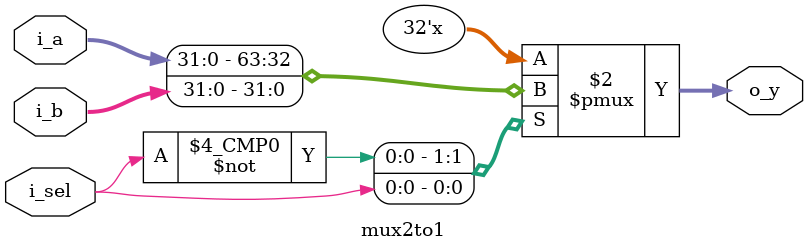
<source format=sv>
module mux2to1 #(
  parameter N = 32  // độ rộng bus, mặc định 32-bit
)(
  input  logic [N-1:0] i_a,   // input 0
  input  logic [N-1:0] i_b,   // input 1
  input  logic         i_sel, // select: 0 → a, 1 → b
  output logic [N-1:0] o_y    // output
);

  always_comb begin
    case (i_sel)
      1'b0: o_y = i_a;
      1'b1: o_y = i_b;
      default: o_y = '0; // tránh X
    endcase
  end

endmodule

</source>
